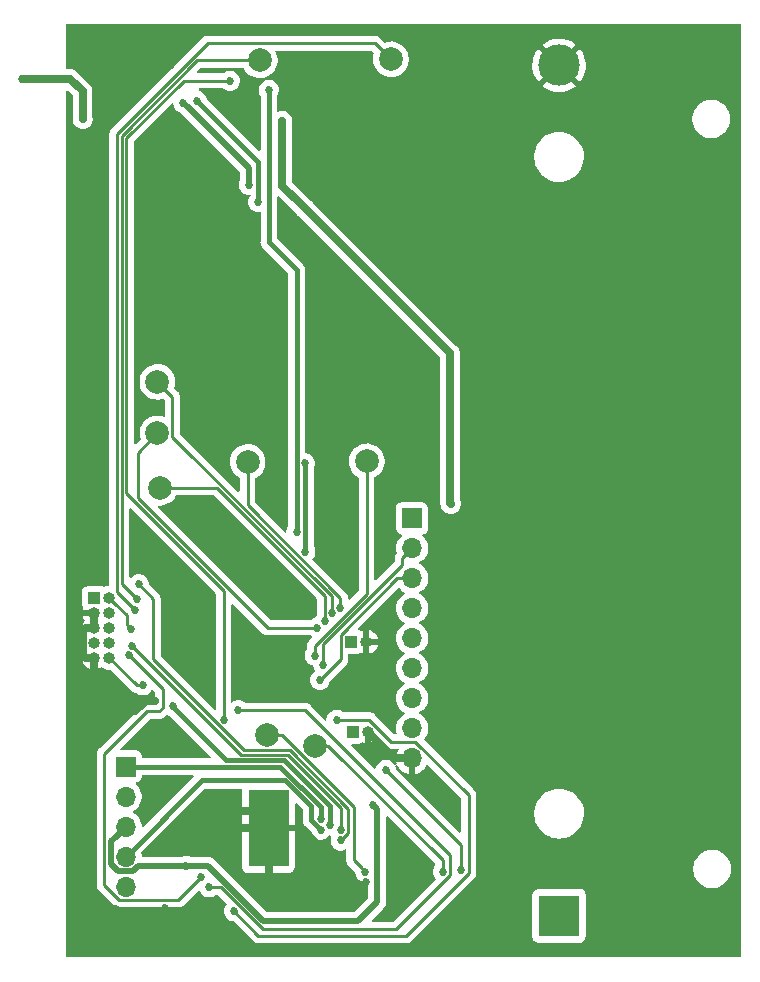
<source format=gbr>
G04 #@! TF.GenerationSoftware,KiCad,Pcbnew,(5.99.0-429-gffcf3b01f)*
G04 #@! TF.CreationDate,2019-12-13T14:25:27+01:00*
G04 #@! TF.ProjectId,smartlock,736d6172-746c-46f6-936b-2e6b69636164,rev?*
G04 #@! TF.SameCoordinates,Original*
G04 #@! TF.FileFunction,Copper,L2,Bot*
G04 #@! TF.FilePolarity,Positive*
%FSLAX46Y46*%
G04 Gerber Fmt 4.6, Leading zero omitted, Abs format (unit mm)*
G04 Created by KiCad (PCBNEW (5.99.0-429-gffcf3b01f)) date 2019-12-13 14:25:27*
%MOMM*%
%LPD*%
G04 APERTURE LIST*
%ADD10C,0.686000*%
%ADD11C,0.600000*%
%ADD12R,3.400000X6.500000*%
%ADD13O,1.700000X1.700000*%
%ADD14R,1.700000X1.700000*%
%ADD15C,2.000000*%
%ADD16O,1.000000X1.000000*%
%ADD17R,1.000000X1.000000*%
%ADD18R,3.500000X3.500000*%
%ADD19C,3.500000*%
%ADD20C,0.685800*%
%ADD21C,0.508000*%
%ADD22C,0.254000*%
%ADD23C,0.381000*%
%ADD24C,0.635000*%
G04 APERTURE END LIST*
D10*
X131655820Y-62113160D03*
D11*
X153815200Y-122653900D03*
X152515200Y-122653900D03*
X151215200Y-122653900D03*
X153815200Y-124128900D03*
X152515200Y-124128900D03*
X151215200Y-124128900D03*
X153815200Y-125603900D03*
X152515200Y-125603900D03*
X151215200Y-125603900D03*
X153815200Y-127078900D03*
X152515200Y-127078900D03*
X151215200Y-127078900D03*
X151215200Y-128553900D03*
X152515200Y-128553900D03*
X153815200Y-128553900D03*
D12*
X152515200Y-125603900D03*
D13*
X164668200Y-119659400D03*
X164668200Y-117119400D03*
X164668200Y-114579400D03*
X164668200Y-112039400D03*
X164668200Y-109499400D03*
X164668200Y-106959400D03*
X164668200Y-104419400D03*
X164668200Y-101879400D03*
D14*
X164668200Y-99339400D03*
D13*
X140411200Y-130517900D03*
X140411200Y-127977900D03*
X140411200Y-125437900D03*
X140411200Y-122897900D03*
D14*
X140411200Y-120357900D03*
D15*
X162890200Y-60477400D03*
X151777700Y-60540900D03*
X152412700Y-117690900D03*
X156476700Y-118579900D03*
X160832800Y-94513400D03*
X143103600Y-92151200D03*
X143306800Y-96748600D03*
X150749000Y-94564200D03*
X143103600Y-87782400D03*
D16*
X160807400Y-109804200D03*
D17*
X159537400Y-109804200D03*
D16*
X160896300Y-117398800D03*
D17*
X159626300Y-117398800D03*
D16*
X139014200Y-111150400D03*
X137744200Y-111150400D03*
X139014200Y-109880400D03*
X137744200Y-109880400D03*
X139014200Y-108610400D03*
X137744200Y-108610400D03*
X139014200Y-107340400D03*
X137744200Y-107340400D03*
X139014200Y-106070400D03*
D17*
X137744200Y-106070400D03*
D18*
X177114200Y-132994400D03*
D19*
X177114200Y-60994400D03*
D20*
X161391600Y-123583700D03*
X143776700Y-132346700D03*
X151638002Y-72529710D03*
X161871660Y-67693540D03*
X152537810Y-63057390D03*
X155676600Y-73190100D03*
X167932100Y-98107500D03*
X152387300Y-105714800D03*
X150380700Y-108508800D03*
X147167600Y-106654600D03*
X147167600Y-108546900D03*
X150698200Y-101485700D03*
X150685500Y-104216200D03*
X159413300Y-69708300D03*
X158313300Y-69708300D03*
X157213300Y-69708300D03*
X156113300Y-69708300D03*
X159413300Y-68608300D03*
X158313300Y-68608300D03*
X157213300Y-68608300D03*
X156113300Y-68608300D03*
X159413300Y-67508300D03*
X158313300Y-67508300D03*
X157213300Y-67508300D03*
X156113300Y-67508300D03*
X159413300Y-66408300D03*
X158313300Y-66408300D03*
X157213300Y-66408300D03*
X146456400Y-63982600D03*
X156963556Y-124798644D03*
X156919405Y-125724375D03*
X136779000Y-65532000D03*
X158623006Y-126619000D03*
X141524920Y-104940176D03*
X158623000Y-125730000D03*
X140680019Y-110927699D03*
X146812000Y-129717798D03*
X157708600Y-125323600D03*
X144449800Y-115265200D03*
X149961600Y-115595400D03*
X147497800Y-130581400D03*
X141352206Y-106152917D03*
X141198600Y-107086398D03*
X149237700Y-62293490D03*
X148742400Y-116382800D03*
X154889200Y-100525900D03*
X160682733Y-129247915D03*
X167279202Y-129255402D03*
X162433000Y-120624600D03*
X168833800Y-129082800D03*
X149595440Y-132607611D03*
X158292802Y-116382800D03*
X158591891Y-106895888D03*
X156425900Y-110959900D03*
X145315741Y-64162741D03*
X157141447Y-111719178D03*
X156870400Y-113030000D03*
X140847000Y-108733400D03*
X141884400Y-113487200D03*
X145561066Y-128758934D03*
X156641799Y-108611090D03*
X157266018Y-108023870D03*
X155625800Y-102184200D03*
X155600400Y-94691200D03*
X150825200Y-71081900D03*
X153670000Y-65684400D03*
X150698200Y-86385400D03*
X150698200Y-80010000D03*
X147726400Y-73533000D03*
X138607800Y-70307200D03*
X138480800Y-67716400D03*
X138887200Y-65049400D03*
X144272000Y-60985400D03*
X136728200Y-80111600D03*
X136677400Y-77317600D03*
X144780000Y-73761600D03*
X141744200Y-117691400D03*
X144526000Y-85344000D03*
X144526000Y-83566000D03*
X138531600Y-58775600D03*
X137160000Y-114935000D03*
X137160000Y-116840000D03*
X137160000Y-118745000D03*
X137160000Y-135890000D03*
X137160000Y-133985000D03*
X137160000Y-132080000D03*
X137160000Y-130175000D03*
X137160000Y-128270000D03*
X137160000Y-126365000D03*
X137160000Y-124460000D03*
X137160000Y-122555000D03*
X137160000Y-120650000D03*
X162382200Y-97663000D03*
X152984200Y-97282000D03*
X144221200Y-58724800D03*
X164922200Y-71602600D03*
X166928800Y-67132200D03*
X166954200Y-63296800D03*
X164642800Y-62230000D03*
X150393400Y-110363000D03*
X147142200Y-110337600D03*
X153390600Y-94513400D03*
X157073600Y-114731800D03*
X142138400Y-89814400D03*
X164363400Y-131089400D03*
X143637000Y-121539000D03*
X142646400Y-124206000D03*
X141833600Y-101142800D03*
X138633200Y-115697000D03*
X148437600Y-64363600D03*
X158013400Y-128193800D03*
X167386000Y-135280400D03*
X139598400Y-132410200D03*
X154787600Y-131597400D03*
X160756329Y-130168321D03*
X153974800Y-114503200D03*
X158508699Y-97878901D03*
X158165800Y-95123000D03*
X142875000Y-114808000D03*
X156113300Y-66408300D03*
X146138900Y-92240100D03*
X140913313Y-110111090D03*
X157888328Y-107355710D03*
D21*
X160096200Y-133426200D02*
X161734499Y-131787901D01*
X161734499Y-131787901D02*
X161734499Y-123926599D01*
X161734499Y-123926599D02*
X161391600Y-123583700D01*
X147381200Y-128758934D02*
X152048466Y-133426200D01*
X152048466Y-133426200D02*
X160096200Y-133426200D01*
X145561066Y-128758934D02*
X147381200Y-128758934D01*
D22*
X167901503Y-129554107D02*
X167901503Y-127873946D01*
X158777735Y-116382800D02*
X158292802Y-116382800D01*
X148449309Y-130581400D02*
X152005309Y-134137400D01*
X168833800Y-129082800D02*
X168833800Y-127025400D01*
X168833800Y-127025400D02*
X162433000Y-120624600D01*
X163318210Y-134137400D02*
X167901503Y-129554107D01*
X161033814Y-116382800D02*
X158777735Y-116382800D01*
X149595440Y-132607611D02*
X151656318Y-134668489D01*
X151656318Y-134668489D02*
X164169117Y-134668489D01*
X152005309Y-134137400D02*
X163318210Y-134137400D01*
X164929115Y-118248801D02*
X162899815Y-118248801D01*
X147497800Y-130581400D02*
X148449309Y-130581400D01*
X169456101Y-122775787D02*
X164929115Y-118248801D01*
X169456101Y-129381505D02*
X169456101Y-122775787D01*
X162899815Y-118248801D02*
X161033814Y-116382800D01*
X164169117Y-134668489D02*
X169456101Y-129381505D01*
X167901503Y-127873946D02*
X155622957Y-115595400D01*
X155622957Y-115595400D02*
X149961600Y-115595400D01*
X157583706Y-118579900D02*
X167279202Y-128275396D01*
X156476700Y-118579900D02*
X157583706Y-118579900D01*
X167279202Y-128275396D02*
X167279202Y-129255402D01*
X161518600Y-59105800D02*
X147360144Y-59105800D01*
X140855701Y-106743499D02*
X141198600Y-107086398D01*
X162890200Y-60477400D02*
X161518600Y-59105800D01*
X147360144Y-59105800D02*
X139674600Y-66791344D01*
X139674600Y-66791344D02*
X139674600Y-105562398D01*
X139674600Y-105562398D02*
X140855701Y-106743499D01*
D21*
X150825200Y-69672200D02*
X145658640Y-64505640D01*
X150825200Y-71081900D02*
X150825200Y-69672200D01*
X145658640Y-64505640D02*
X145315741Y-64162741D01*
D22*
X139281799Y-131060013D02*
X139281799Y-131038600D01*
X139281799Y-131038600D02*
X139260386Y-131038600D01*
X139869087Y-131647301D02*
X139281799Y-131060013D01*
X146812000Y-129717798D02*
X144882497Y-131647301D01*
X142227298Y-115684302D02*
X143249906Y-115684302D01*
X139260386Y-131038600D02*
X138621389Y-130399603D01*
X143249906Y-115684302D02*
X143573502Y-115360706D01*
X143573502Y-113821182D02*
X140680019Y-110927699D01*
X144882497Y-131647301D02*
X139869087Y-131647301D01*
X138621389Y-130399603D02*
X138621389Y-119290211D01*
X138621389Y-119290211D02*
X142227298Y-115684302D01*
X143573502Y-115360706D02*
X143573502Y-113821182D01*
D23*
X151638002Y-69164202D02*
X151638002Y-72529710D01*
X146456400Y-63982600D02*
X151638002Y-69164202D01*
X154889200Y-100525900D02*
X154889200Y-78308200D01*
X154889200Y-78308200D02*
X152537810Y-75956810D01*
X152537810Y-63542323D02*
X152537810Y-63057390D01*
X152537810Y-75956810D02*
X152537810Y-63542323D01*
D24*
X167894000Y-98069400D02*
X167894000Y-85369400D01*
X167932100Y-98107500D02*
X167894000Y-98069400D01*
X167894000Y-85369400D02*
X155714700Y-73190100D01*
X155714700Y-73190100D02*
X155676600Y-73190100D01*
X153670000Y-71183500D02*
X155333701Y-72847201D01*
X155333701Y-72847201D02*
X155676600Y-73190100D01*
X153670000Y-65684400D02*
X153670000Y-71183500D01*
D22*
X148742400Y-116382800D02*
X148742400Y-105476750D01*
X140487422Y-97221772D02*
X140487422Y-67128024D01*
X148742400Y-105476750D02*
X140487422Y-97221772D01*
X140487422Y-67128024D02*
X145321956Y-62293490D01*
X148752767Y-62293490D02*
X149237700Y-62293490D01*
X141478000Y-93776800D02*
X141478000Y-97637600D01*
X145321956Y-62293490D02*
X148752767Y-62293490D01*
X143103600Y-92151200D02*
X141478000Y-93776800D01*
X141478000Y-97637600D02*
X152451490Y-108611090D01*
X152451490Y-108611090D02*
X156641799Y-108611090D01*
X151777700Y-60540900D02*
X146499795Y-60540900D01*
X140081011Y-104881722D02*
X141009307Y-105810018D01*
X140081011Y-66959684D02*
X140081011Y-104881722D01*
X141009307Y-105810018D02*
X141352206Y-106152917D01*
X146499795Y-60540900D02*
X140081011Y-66959684D01*
D23*
X146405600Y-120370600D02*
X151205224Y-120370600D01*
X151205224Y-120370600D02*
X151214658Y-120380034D01*
X153527034Y-120380034D02*
X156963556Y-123816556D01*
X151214658Y-120380034D02*
X153527034Y-120380034D01*
X156963556Y-123816556D02*
X156963556Y-124798644D01*
X146392900Y-120357900D02*
X146405600Y-120370600D01*
X140411200Y-120357900D02*
X146392900Y-120357900D01*
X153931646Y-121539000D02*
X146850100Y-121539000D01*
X156919405Y-125724375D02*
X156108400Y-124913370D01*
X156108400Y-124913370D02*
X156108400Y-123715754D01*
X146850100Y-121539000D02*
X140411200Y-127977900D01*
X156108400Y-123715754D02*
X153931646Y-121539000D01*
D24*
X136779000Y-63195200D02*
X135712200Y-62128400D01*
X136779000Y-65532000D02*
X136779000Y-63195200D01*
X135712200Y-62128400D02*
X131724400Y-62128400D01*
D22*
X151798587Y-118970301D02*
X154327101Y-118970301D01*
X151789155Y-118960869D02*
X151798587Y-118970301D01*
X141524920Y-104940176D02*
X142748000Y-106163256D01*
X142748000Y-106163256D02*
X142748000Y-111277400D01*
X159270699Y-123913899D02*
X159270699Y-125971307D01*
X159270699Y-125971307D02*
X158623006Y-126619000D01*
X154327101Y-118970301D02*
X159270699Y-123913899D01*
X150431468Y-118960868D02*
X151789155Y-118960869D01*
X142748000Y-111277400D02*
X150431468Y-118960868D01*
D23*
X153831823Y-119846623D02*
X157708600Y-123723400D01*
X151435604Y-119846623D02*
X153831823Y-119846623D01*
X148920189Y-119837189D02*
X151426170Y-119837189D01*
X151426170Y-119837189D02*
X151435604Y-119846623D01*
X144475200Y-115392200D02*
X148920189Y-119837189D01*
X157708600Y-123723400D02*
X157708600Y-125323600D01*
D22*
X153622451Y-117690900D02*
X159740600Y-123809049D01*
X152412700Y-117690900D02*
X153622451Y-117690900D01*
X159740600Y-123809049D02*
X159740600Y-128305782D01*
X159740600Y-128305782D02*
X160339834Y-128905016D01*
X160339834Y-128905016D02*
X160682733Y-129247915D01*
X157266018Y-108023870D02*
X157266018Y-105881818D01*
X157266018Y-105881818D02*
X148132800Y-96748600D01*
X148132800Y-96748600D02*
X143306800Y-96748600D01*
X150749000Y-98215299D02*
X158591891Y-106058190D01*
X150749000Y-94564200D02*
X150749000Y-98215299D01*
X158591891Y-106058190D02*
X158591891Y-106895888D01*
X160832800Y-105714800D02*
X156425900Y-110121700D01*
X160832800Y-94513400D02*
X160832800Y-105714800D01*
X156425900Y-110121700D02*
X156425900Y-110959900D01*
X164668200Y-101879400D02*
X163818201Y-102729399D01*
X157141447Y-109980903D02*
X157141447Y-111719178D01*
X163818201Y-103304149D02*
X157141447Y-109980903D01*
X163818201Y-102729399D02*
X163818201Y-103304149D01*
X156870400Y-113030000D02*
X158648400Y-111252000D01*
X158648400Y-111252000D02*
X158648400Y-109190278D01*
X158648400Y-109190278D02*
X163419278Y-104419400D01*
X163419278Y-104419400D02*
X164668200Y-104419400D01*
X140847000Y-108733400D02*
X140504101Y-108390501D01*
X140504101Y-108390501D02*
X140504101Y-107560301D01*
X140504101Y-107560301D02*
X139514199Y-106570399D01*
X139514199Y-106570399D02*
X139014200Y-106070400D01*
X139014200Y-111150400D02*
X141351000Y-113487200D01*
X141351000Y-113487200D02*
X141884400Y-113487200D01*
D21*
X145561066Y-128758934D02*
X141489640Y-128758934D01*
D23*
X155625800Y-102184200D02*
X155625800Y-94716600D01*
X155625800Y-94716600D02*
X155600400Y-94691200D01*
D21*
X141489640Y-128758934D02*
X141014273Y-129234301D01*
X141014273Y-129234301D02*
X139808127Y-129234301D01*
X139808127Y-129234301D02*
X139154799Y-128580973D01*
X139154799Y-128580973D02*
X139154799Y-126694301D01*
X139154799Y-126694301D02*
X139561201Y-126287899D01*
X139561201Y-126287899D02*
X140411200Y-125437900D01*
D24*
X152515200Y-125603900D02*
X152515200Y-129401200D01*
X151215200Y-124128900D02*
X149937100Y-124128900D01*
X152515200Y-125603900D02*
X149987900Y-125603900D01*
D21*
X155423500Y-125603900D02*
X158013400Y-128193800D01*
X152515200Y-125603900D02*
X155423500Y-125603900D01*
D24*
X167386000Y-135280400D02*
X167371000Y-135265400D01*
X158165800Y-95123000D02*
X158508699Y-95465899D01*
X158508699Y-95465899D02*
X158508699Y-97878901D01*
X142113000Y-114808000D02*
X141224000Y-115697000D01*
X142875000Y-114808000D02*
X142113000Y-114808000D01*
X141224000Y-115697000D02*
X140309600Y-115697000D01*
X137744200Y-111150400D02*
X137744200Y-113131600D01*
X137744200Y-113131600D02*
X140309600Y-115697000D01*
X164668200Y-119659400D02*
X163156900Y-119659400D01*
X163156900Y-119659400D02*
X160896300Y-117398800D01*
X137744200Y-108610400D02*
X137037094Y-108610400D01*
X137037094Y-108610400D02*
X136774299Y-108873195D01*
X136774299Y-108873195D02*
X136774299Y-110887605D01*
X136774299Y-110887605D02*
X137037094Y-111150400D01*
X137037094Y-111150400D02*
X137744200Y-111150400D01*
X137744200Y-107340400D02*
X137744200Y-108610400D01*
X153667700Y-126756400D02*
X152515200Y-125603900D01*
D22*
X158623000Y-125730000D02*
X158623000Y-123850400D01*
X141256212Y-110453989D02*
X140913313Y-110111090D01*
X151620814Y-119367279D02*
X150169502Y-119367279D01*
X158623000Y-123850400D02*
X154149312Y-119376712D01*
X150169502Y-119367279D02*
X141256212Y-110453989D01*
X154149312Y-119376712D02*
X151630247Y-119376712D01*
X151630247Y-119376712D02*
X151620814Y-119367279D01*
X144383001Y-92424050D02*
X157888328Y-105929377D01*
X157888328Y-106870777D02*
X157888328Y-107355710D01*
X143103600Y-87782400D02*
X144383001Y-89061801D01*
X144383001Y-89061801D02*
X144383001Y-92424050D01*
X157888328Y-105929377D02*
X157888328Y-106870777D01*
G36*
X192492001Y-136492000D02*
G01*
X135382000Y-136492000D01*
X135382000Y-111404400D01*
X136765938Y-111404400D01*
X136770561Y-111429587D01*
X136843332Y-111613388D01*
X136950413Y-111779544D01*
X137087734Y-111921745D01*
X137250058Y-112034563D01*
X137431204Y-112113703D01*
X137490200Y-112126674D01*
X137490200Y-111404400D01*
X136765938Y-111404400D01*
X135382000Y-111404400D01*
X135382000Y-105570401D01*
X136728363Y-105570401D01*
X136728363Y-106570399D01*
X136797473Y-106828320D01*
X136843458Y-106883125D01*
X136778736Y-107034135D01*
X136767626Y-107086400D01*
X137998200Y-107086400D01*
X137998200Y-107594400D01*
X136765938Y-107594400D01*
X136770561Y-107619587D01*
X136843331Y-107803385D01*
X136955693Y-107977735D01*
X136856610Y-108122442D01*
X136778736Y-108304135D01*
X136767626Y-108356400D01*
X137998200Y-108356400D01*
X137998200Y-108864400D01*
X136765938Y-108864400D01*
X136770561Y-108889587D01*
X136843331Y-109073385D01*
X136955693Y-109247735D01*
X136856610Y-109392442D01*
X136778736Y-109574135D01*
X136737635Y-109767497D01*
X136734875Y-109965157D01*
X136770559Y-110159585D01*
X136843331Y-110343385D01*
X136955693Y-110517735D01*
X136856610Y-110662442D01*
X136778736Y-110844135D01*
X136767626Y-110896400D01*
X137998200Y-110896400D01*
X137998200Y-112129206D01*
X138016580Y-112125966D01*
X138200882Y-112054480D01*
X138382699Y-111939097D01*
X138520058Y-112034563D01*
X138701204Y-112113703D01*
X138894274Y-112156153D01*
X139126798Y-112161022D01*
X140940233Y-113974459D01*
X140940240Y-113974465D01*
X140973103Y-114007328D01*
X141018188Y-114030301D01*
X141059121Y-114060040D01*
X141107240Y-114075676D01*
X141152327Y-114098649D01*
X141202311Y-114106566D01*
X141250425Y-114122199D01*
X141316045Y-114122199D01*
X141361934Y-114168088D01*
X141555963Y-114280111D01*
X141772380Y-114338100D01*
X141996420Y-114338100D01*
X142212837Y-114280111D01*
X142406867Y-114168088D01*
X142565287Y-114009668D01*
X142674609Y-113820313D01*
X142938503Y-114084207D01*
X142938502Y-115049302D01*
X142177324Y-115049302D01*
X142177318Y-115049303D01*
X142126723Y-115049303D01*
X142078609Y-115064936D01*
X142028625Y-115072853D01*
X141983538Y-115095826D01*
X141935419Y-115111462D01*
X141894486Y-115141201D01*
X141849401Y-115164174D01*
X141816538Y-115197037D01*
X141816524Y-115197049D01*
X138243494Y-118770082D01*
X138101261Y-118912314D01*
X138078291Y-118957394D01*
X138048548Y-118998333D01*
X138032910Y-119046461D01*
X138009941Y-119091538D01*
X138002026Y-119141517D01*
X137986390Y-119189638D01*
X137986390Y-119240237D01*
X137986389Y-130449576D01*
X137986390Y-130449582D01*
X137986390Y-130500178D01*
X138002022Y-130548289D01*
X138009940Y-130598274D01*
X138032910Y-130643356D01*
X138048547Y-130691481D01*
X138078292Y-130732419D01*
X138101260Y-130777498D01*
X138243493Y-130919732D01*
X138243494Y-130919733D01*
X138846709Y-131522949D01*
X138846719Y-131522957D01*
X138903904Y-131580143D01*
X139458314Y-132134555D01*
X139458328Y-132134567D01*
X139491188Y-132167428D01*
X139536271Y-132190399D01*
X139577209Y-132220143D01*
X139625333Y-132235779D01*
X139670416Y-132258750D01*
X139720400Y-132266668D01*
X139768511Y-132282300D01*
X139819107Y-132282300D01*
X139819113Y-132282301D01*
X144932471Y-132282301D01*
X144932477Y-132282300D01*
X144983070Y-132282300D01*
X145031185Y-132266666D01*
X145081170Y-132258750D01*
X145126256Y-132235777D01*
X145174372Y-132220143D01*
X145215305Y-132190403D01*
X145260395Y-132167429D01*
X145402625Y-132025199D01*
X145402628Y-132025193D01*
X146636479Y-130791344D01*
X146816912Y-131103867D01*
X146975333Y-131262288D01*
X147169363Y-131374311D01*
X147385780Y-131432300D01*
X147609820Y-131432300D01*
X147826237Y-131374311D01*
X148020266Y-131262288D01*
X148066154Y-131216400D01*
X148186286Y-131216400D01*
X148965971Y-131996085D01*
X148802529Y-132279174D01*
X148744540Y-132495591D01*
X148744540Y-132719631D01*
X148802529Y-132936048D01*
X148914552Y-133130078D01*
X149072973Y-133288499D01*
X149267003Y-133400522D01*
X149483420Y-133458511D01*
X149548316Y-133458511D01*
X151245552Y-135155749D01*
X151245559Y-135155755D01*
X151278419Y-135188616D01*
X151323502Y-135211587D01*
X151364440Y-135241331D01*
X151412564Y-135256967D01*
X151457647Y-135279938D01*
X151507631Y-135287856D01*
X151555742Y-135303488D01*
X151606338Y-135303488D01*
X151606344Y-135303489D01*
X164219091Y-135303489D01*
X164219097Y-135303488D01*
X164269690Y-135303488D01*
X164317805Y-135287854D01*
X164367790Y-135279938D01*
X164412876Y-135256965D01*
X164460992Y-135241331D01*
X164501925Y-135211591D01*
X164547015Y-135188617D01*
X164689245Y-135046387D01*
X164689248Y-135046381D01*
X168491230Y-131244401D01*
X174848363Y-131244401D01*
X174848363Y-134744399D01*
X174917472Y-135002319D01*
X175032626Y-135139555D01*
X175187772Y-135229128D01*
X175364201Y-135260237D01*
X178864199Y-135260237D01*
X179122119Y-135191128D01*
X179259355Y-135075974D01*
X179348928Y-134920828D01*
X179380037Y-134744399D01*
X179380037Y-131244401D01*
X179310928Y-130986481D01*
X179195774Y-130849245D01*
X179040628Y-130759672D01*
X178864199Y-130728563D01*
X175364201Y-130728563D01*
X175106281Y-130797672D01*
X174969045Y-130912826D01*
X174879472Y-131067972D01*
X174848363Y-131244401D01*
X168491230Y-131244401D01*
X169945084Y-129790549D01*
X169945090Y-129790541D01*
X169976229Y-129759403D01*
X169999202Y-129714316D01*
X170028942Y-129673383D01*
X170044577Y-129625265D01*
X170067550Y-129580178D01*
X170075467Y-129530194D01*
X170091100Y-129482080D01*
X170091100Y-129431485D01*
X170091101Y-129431479D01*
X170091101Y-128905450D01*
X188460200Y-128905450D01*
X188460200Y-129158550D01*
X188499796Y-129408544D01*
X188578007Y-129649256D01*
X188692916Y-129874777D01*
X188841688Y-130079544D01*
X189020656Y-130258512D01*
X189225423Y-130407284D01*
X189450944Y-130522193D01*
X189691656Y-130600404D01*
X189941650Y-130640000D01*
X190194750Y-130640000D01*
X190444744Y-130600404D01*
X190685456Y-130522193D01*
X190910977Y-130407284D01*
X191115744Y-130258512D01*
X191294712Y-130079544D01*
X191443484Y-129874777D01*
X191558393Y-129649256D01*
X191636604Y-129408544D01*
X191676200Y-129158550D01*
X191676200Y-128905450D01*
X191636604Y-128655456D01*
X191558393Y-128414744D01*
X191443484Y-128189223D01*
X191294712Y-127984456D01*
X191115744Y-127805488D01*
X190910977Y-127656716D01*
X190685456Y-127541807D01*
X190444744Y-127463596D01*
X190194750Y-127424000D01*
X189941650Y-127424000D01*
X189691656Y-127463596D01*
X189450944Y-127541807D01*
X189225423Y-127656716D01*
X189020656Y-127805488D01*
X188841688Y-127984456D01*
X188692916Y-128189223D01*
X188578007Y-128414744D01*
X188499796Y-128655456D01*
X188460200Y-128905450D01*
X170091101Y-128905450D01*
X170091101Y-124471031D01*
X175004779Y-124471031D01*
X175040801Y-124756177D01*
X175115194Y-125033815D01*
X175226573Y-125298776D01*
X175372885Y-125546176D01*
X175551414Y-125771423D01*
X175758866Y-125970363D01*
X175991397Y-126139306D01*
X176244702Y-126275127D01*
X176514090Y-126375312D01*
X176794601Y-126438013D01*
X177081014Y-126462064D01*
X177368039Y-126447023D01*
X177650369Y-126393165D01*
X177922780Y-126301488D01*
X178180233Y-126173687D01*
X178417948Y-126012138D01*
X178631548Y-125819810D01*
X178817068Y-125600277D01*
X178971074Y-125357604D01*
X179090724Y-125096264D01*
X179173796Y-124821115D01*
X179218760Y-124537224D01*
X179222232Y-124205689D01*
X179183224Y-123920929D01*
X179105931Y-123644090D01*
X178991783Y-123380310D01*
X178842885Y-123134451D01*
X178662011Y-122911091D01*
X178452487Y-122714335D01*
X178218200Y-122547835D01*
X177963485Y-122414674D01*
X177693057Y-122317314D01*
X177411914Y-122257554D01*
X177125258Y-122236504D01*
X176838409Y-122254551D01*
X176556661Y-122311362D01*
X176285220Y-122405887D01*
X176029126Y-122536373D01*
X175793106Y-122700411D01*
X175581540Y-122894956D01*
X175398329Y-123116419D01*
X175246870Y-123360698D01*
X175129962Y-123623277D01*
X175049776Y-123899283D01*
X175007788Y-124183621D01*
X175004779Y-124471031D01*
X170091101Y-124471031D01*
X170091101Y-122725813D01*
X170091100Y-122725807D01*
X170091100Y-122675211D01*
X170075468Y-122627100D01*
X170067550Y-122577115D01*
X170044580Y-122532033D01*
X170028943Y-122483908D01*
X169999198Y-122442970D01*
X169976230Y-122397891D01*
X169833997Y-122255659D01*
X165645677Y-118067340D01*
X165783263Y-117903081D01*
X165899364Y-117703999D01*
X165980262Y-117488202D01*
X166023643Y-117261865D01*
X166026329Y-117005354D01*
X165987698Y-116778157D01*
X165911336Y-116560711D01*
X165799428Y-116359240D01*
X165655183Y-116179514D01*
X165482707Y-116026651D01*
X165193247Y-115846828D01*
X165459645Y-115688965D01*
X165635280Y-115539753D01*
X165783263Y-115363081D01*
X165899364Y-115163999D01*
X165980262Y-114948202D01*
X166023643Y-114721865D01*
X166026329Y-114465354D01*
X165987698Y-114238157D01*
X165911336Y-114020711D01*
X165799428Y-113819240D01*
X165655183Y-113639514D01*
X165482707Y-113486651D01*
X165193247Y-113306828D01*
X165459645Y-113148965D01*
X165635280Y-112999753D01*
X165783263Y-112823081D01*
X165899364Y-112623999D01*
X165980262Y-112408202D01*
X166023643Y-112181865D01*
X166026329Y-111925354D01*
X165987698Y-111698157D01*
X165911336Y-111480711D01*
X165799428Y-111279240D01*
X165655183Y-111099514D01*
X165482707Y-110946651D01*
X165193247Y-110766828D01*
X165459645Y-110608965D01*
X165635280Y-110459753D01*
X165783263Y-110283081D01*
X165899364Y-110083999D01*
X165980262Y-109868202D01*
X166023643Y-109641865D01*
X166026329Y-109385354D01*
X165987698Y-109158157D01*
X165911336Y-108940711D01*
X165799428Y-108739240D01*
X165655183Y-108559514D01*
X165482707Y-108406651D01*
X165193247Y-108226828D01*
X165459645Y-108068965D01*
X165635280Y-107919753D01*
X165783263Y-107743081D01*
X165899364Y-107543999D01*
X165980262Y-107328202D01*
X166023643Y-107101865D01*
X166026329Y-106845354D01*
X165987698Y-106618157D01*
X165911336Y-106400711D01*
X165799428Y-106199240D01*
X165655183Y-106019514D01*
X165482707Y-105866651D01*
X165193247Y-105686828D01*
X165459645Y-105528965D01*
X165635280Y-105379753D01*
X165783263Y-105203081D01*
X165899364Y-105003999D01*
X165980262Y-104788202D01*
X166023643Y-104561865D01*
X166026329Y-104305354D01*
X165987698Y-104078157D01*
X165911336Y-103860711D01*
X165799428Y-103659240D01*
X165655183Y-103479514D01*
X165482707Y-103326651D01*
X165193247Y-103146828D01*
X165459645Y-102988965D01*
X165635280Y-102839753D01*
X165783263Y-102663081D01*
X165899364Y-102463999D01*
X165980262Y-102248202D01*
X166023643Y-102021865D01*
X166026329Y-101765354D01*
X165987698Y-101538157D01*
X165911336Y-101320711D01*
X165799428Y-101119240D01*
X165655183Y-100939513D01*
X165539370Y-100836869D01*
X165573950Y-100690299D01*
X165776119Y-100636128D01*
X165913355Y-100520974D01*
X166002928Y-100365828D01*
X166034037Y-100189399D01*
X166034037Y-98489401D01*
X165964928Y-98231481D01*
X165849774Y-98094245D01*
X165694628Y-98004672D01*
X165518199Y-97973563D01*
X163818201Y-97973563D01*
X163560281Y-98042672D01*
X163423045Y-98157826D01*
X163333472Y-98312972D01*
X163302363Y-98489401D01*
X163302363Y-100189399D01*
X163371472Y-100447319D01*
X163486626Y-100584555D01*
X163641772Y-100674128D01*
X163741912Y-100691785D01*
X163788503Y-100836250D01*
X163615035Y-101014319D01*
X163484334Y-101204136D01*
X163387484Y-101413259D01*
X163327253Y-101635713D01*
X163305366Y-101865123D01*
X163322446Y-102094957D01*
X163368642Y-102280934D01*
X163298073Y-102351502D01*
X163275104Y-102396583D01*
X163245359Y-102437521D01*
X163229722Y-102485646D01*
X163206752Y-102530728D01*
X163198834Y-102580713D01*
X163183202Y-102628824D01*
X163183202Y-102679420D01*
X163183201Y-102679426D01*
X163183201Y-103041125D01*
X161623364Y-104600962D01*
X161467800Y-104536526D01*
X161467800Y-95881283D01*
X161566274Y-95836615D01*
X161768390Y-95702329D01*
X161946446Y-95537448D01*
X162095845Y-95346226D01*
X162212753Y-95133572D01*
X162294154Y-94904970D01*
X162337960Y-94666289D01*
X162340832Y-94392067D01*
X162302034Y-94152522D01*
X162225437Y-93922264D01*
X162113009Y-93707208D01*
X161967648Y-93512899D01*
X161793087Y-93344328D01*
X161593818Y-93205832D01*
X161374975Y-93100981D01*
X161142184Y-93032466D01*
X160901431Y-93002052D01*
X160658911Y-93010521D01*
X160420870Y-93057655D01*
X160193416Y-93142244D01*
X159982419Y-93262107D01*
X159793305Y-93414159D01*
X159630927Y-93594497D01*
X159499472Y-93798476D01*
X159402319Y-94020851D01*
X159341970Y-94255889D01*
X159319978Y-94497555D01*
X159336906Y-94739632D01*
X159392319Y-94975887D01*
X159484792Y-95200244D01*
X159611947Y-95406933D01*
X159770507Y-95590626D01*
X159956405Y-95746612D01*
X160197800Y-95890512D01*
X160197801Y-105451775D01*
X159382455Y-106267121D01*
X159226891Y-106202685D01*
X159226891Y-106008216D01*
X159226890Y-106008210D01*
X159226890Y-105957614D01*
X159211258Y-105909503D01*
X159203340Y-105859518D01*
X159180370Y-105814436D01*
X159164733Y-105766311D01*
X159134988Y-105725373D01*
X159112019Y-105680292D01*
X156222533Y-102790807D01*
X156306692Y-102706661D01*
X156418711Y-102512637D01*
X156476700Y-102296220D01*
X156476700Y-102072180D01*
X156418711Y-101855763D01*
X156324300Y-101692238D01*
X156324300Y-95139168D01*
X156393311Y-95019637D01*
X156451300Y-94803220D01*
X156451300Y-94579180D01*
X156393311Y-94362763D01*
X156281288Y-94168733D01*
X156122867Y-94010312D01*
X155928837Y-93898289D01*
X155712420Y-93840300D01*
X155587700Y-93840300D01*
X155587700Y-78349722D01*
X155595240Y-78286011D01*
X155578349Y-78193519D01*
X155564361Y-78100492D01*
X155559515Y-78090400D01*
X155557504Y-78079389D01*
X155543261Y-78056552D01*
X155473439Y-77911147D01*
X155409327Y-77841793D01*
X155407182Y-77838354D01*
X155393519Y-77824692D01*
X155330865Y-77756914D01*
X155318640Y-77749813D01*
X153236310Y-75667484D01*
X153236310Y-72137242D01*
X153391874Y-72072806D01*
X154724166Y-73405099D01*
X154946640Y-73627571D01*
X154995712Y-73712567D01*
X155154133Y-73870988D01*
X155329272Y-73972104D01*
X167068501Y-85711334D01*
X167068500Y-98050896D01*
X167064437Y-98147815D01*
X167081200Y-98219286D01*
X167081200Y-98219522D01*
X167081412Y-98220315D01*
X167091433Y-98293477D01*
X167107085Y-98329646D01*
X167116084Y-98368014D01*
X167124434Y-98380871D01*
X167139188Y-98435936D01*
X167251212Y-98629967D01*
X167409633Y-98788388D01*
X167603663Y-98900411D01*
X167820080Y-98958400D01*
X168044120Y-98958400D01*
X168260537Y-98900411D01*
X168454567Y-98788388D01*
X168612988Y-98629967D01*
X168725011Y-98435937D01*
X168783000Y-98219520D01*
X168783000Y-97995478D01*
X168719500Y-97758494D01*
X168719500Y-85387904D01*
X168723563Y-85290984D01*
X168706629Y-85218786D01*
X168696567Y-85145322D01*
X168680915Y-85109153D01*
X168671915Y-85070784D01*
X168649124Y-85035689D01*
X168606742Y-84937749D01*
X168464404Y-84761977D01*
X168428481Y-84736448D01*
X156311526Y-72619494D01*
X156245841Y-72548061D01*
X156224979Y-72535126D01*
X156199064Y-72509210D01*
X156132429Y-72470739D01*
X156123747Y-72464149D01*
X156114365Y-72460433D01*
X154495500Y-70841568D01*
X154495500Y-68861031D01*
X175004779Y-68861031D01*
X175040801Y-69146177D01*
X175115194Y-69423815D01*
X175226573Y-69688776D01*
X175372885Y-69936176D01*
X175551414Y-70161423D01*
X175758866Y-70360363D01*
X175991397Y-70529306D01*
X176244702Y-70665127D01*
X176514090Y-70765312D01*
X176794601Y-70828013D01*
X177081014Y-70852064D01*
X177368039Y-70837023D01*
X177650369Y-70783165D01*
X177922780Y-70691488D01*
X178180233Y-70563687D01*
X178417948Y-70402138D01*
X178631548Y-70209810D01*
X178817068Y-69990277D01*
X178971074Y-69747604D01*
X179090724Y-69486264D01*
X179173796Y-69211115D01*
X179218760Y-68927224D01*
X179222232Y-68595689D01*
X179183224Y-68310929D01*
X179105931Y-68034090D01*
X178991783Y-67770310D01*
X178842885Y-67524451D01*
X178662011Y-67301091D01*
X178452487Y-67104335D01*
X178218200Y-66937835D01*
X177963485Y-66804674D01*
X177693057Y-66707314D01*
X177411914Y-66647554D01*
X177125258Y-66626504D01*
X176838409Y-66644551D01*
X176556661Y-66701362D01*
X176285220Y-66795887D01*
X176029126Y-66926373D01*
X175793106Y-67090411D01*
X175581540Y-67284956D01*
X175398329Y-67506419D01*
X175246870Y-67750698D01*
X175129962Y-68013277D01*
X175049776Y-68289283D01*
X175007788Y-68573621D01*
X175004779Y-68861031D01*
X154495500Y-68861031D01*
X154495500Y-65891218D01*
X154520900Y-65796422D01*
X154520900Y-65572380D01*
X154476172Y-65405450D01*
X188384000Y-65405450D01*
X188384000Y-65658550D01*
X188423596Y-65908544D01*
X188501807Y-66149256D01*
X188616716Y-66374777D01*
X188765488Y-66579544D01*
X188944456Y-66758512D01*
X189149223Y-66907284D01*
X189374744Y-67022193D01*
X189615456Y-67100404D01*
X189865450Y-67140000D01*
X190118550Y-67140000D01*
X190368544Y-67100404D01*
X190609256Y-67022193D01*
X190834777Y-66907284D01*
X191039544Y-66758512D01*
X191218512Y-66579544D01*
X191367284Y-66374777D01*
X191482193Y-66149256D01*
X191560404Y-65908544D01*
X191600000Y-65658550D01*
X191600000Y-65405450D01*
X191560404Y-65155456D01*
X191482193Y-64914744D01*
X191367284Y-64689223D01*
X191218512Y-64484456D01*
X191039544Y-64305488D01*
X190834777Y-64156716D01*
X190609256Y-64041807D01*
X190368544Y-63963596D01*
X190118550Y-63924000D01*
X189865450Y-63924000D01*
X189615456Y-63963596D01*
X189374744Y-64041807D01*
X189149223Y-64156716D01*
X188944456Y-64305488D01*
X188765488Y-64484456D01*
X188616716Y-64689223D01*
X188501807Y-64914744D01*
X188423596Y-65155456D01*
X188384000Y-65405450D01*
X154476172Y-65405450D01*
X154462911Y-65355963D01*
X154350888Y-65161933D01*
X154192467Y-65003512D01*
X153998437Y-64891489D01*
X153782020Y-64833500D01*
X153557976Y-64833500D01*
X153236310Y-64919692D01*
X153236310Y-63549352D01*
X153330721Y-63385827D01*
X153388710Y-63169410D01*
X153388710Y-62945370D01*
X153339975Y-62763487D01*
X175704325Y-62763487D01*
X175714710Y-62772838D01*
X175962212Y-62942305D01*
X176229955Y-63077551D01*
X176513227Y-63176198D01*
X176807073Y-63236515D01*
X177106302Y-63257439D01*
X177405672Y-63238604D01*
X177699918Y-63180342D01*
X177983880Y-63083675D01*
X178252562Y-62950299D01*
X178501241Y-62782563D01*
X178523443Y-62762853D01*
X177114201Y-61353610D01*
X175704325Y-62763487D01*
X153339975Y-62763487D01*
X153330721Y-62728953D01*
X153218698Y-62534923D01*
X153060277Y-62376502D01*
X152866247Y-62264479D01*
X152649830Y-62206490D01*
X152425790Y-62206490D01*
X152209373Y-62264479D01*
X152015343Y-62376502D01*
X151856922Y-62534923D01*
X151744899Y-62728953D01*
X151686910Y-62945370D01*
X151686910Y-63169410D01*
X151744899Y-63385827D01*
X151839310Y-63549352D01*
X151839310Y-63594796D01*
X151839311Y-63594803D01*
X151839311Y-68157684D01*
X151683747Y-68222120D01*
X147298185Y-63836559D01*
X147249311Y-63654163D01*
X147137288Y-63460133D01*
X146978867Y-63301712D01*
X146784836Y-63189689D01*
X146627750Y-63147597D01*
X146656596Y-62928490D01*
X148669346Y-62928490D01*
X148715234Y-62974378D01*
X148909263Y-63086401D01*
X149125680Y-63144390D01*
X149349720Y-63144390D01*
X149566137Y-63086401D01*
X149760167Y-62974378D01*
X149918588Y-62815957D01*
X150030611Y-62621927D01*
X150088600Y-62405510D01*
X150088600Y-62181470D01*
X150030611Y-61965053D01*
X149918588Y-61771023D01*
X149760167Y-61612602D01*
X149566137Y-61500579D01*
X149349720Y-61442590D01*
X149125680Y-61442590D01*
X148909263Y-61500579D01*
X148715234Y-61612602D01*
X148669346Y-61658490D01*
X146500230Y-61658490D01*
X146435794Y-61502926D01*
X146762820Y-61175900D01*
X150397798Y-61175900D01*
X150556848Y-61434433D01*
X150715407Y-61618126D01*
X150901302Y-61774110D01*
X151109744Y-61898367D01*
X151335368Y-61987698D01*
X151572375Y-62039807D01*
X151814665Y-62053352D01*
X152056003Y-62027988D01*
X152290179Y-61964363D01*
X152511171Y-61864117D01*
X152713290Y-61729829D01*
X152891346Y-61564948D01*
X153040745Y-61373726D01*
X153157653Y-61161072D01*
X153239054Y-60932470D01*
X153282860Y-60693789D01*
X153285732Y-60419567D01*
X153246934Y-60180022D01*
X153170337Y-59949764D01*
X153061093Y-59740800D01*
X161255576Y-59740800D01*
X161467872Y-59953097D01*
X161399370Y-60219889D01*
X161377378Y-60461555D01*
X161394306Y-60703632D01*
X161449719Y-60939887D01*
X161542192Y-61164244D01*
X161669347Y-61370933D01*
X161827907Y-61554626D01*
X162013802Y-61710610D01*
X162222244Y-61834867D01*
X162447868Y-61924198D01*
X162684875Y-61976307D01*
X162927165Y-61989852D01*
X163168503Y-61964488D01*
X163402679Y-61900863D01*
X163623671Y-61800617D01*
X163825790Y-61666329D01*
X164003846Y-61501448D01*
X164153245Y-61310226D01*
X164270153Y-61097572D01*
X164326578Y-60939110D01*
X174851822Y-60939110D01*
X174864383Y-61238804D01*
X174916472Y-61534216D01*
X175007171Y-61820137D01*
X175134887Y-62091548D01*
X175297382Y-62343688D01*
X175347185Y-62402206D01*
X176754991Y-60994400D01*
X177473409Y-60994400D01*
X178881616Y-62402606D01*
X178921557Y-62356335D01*
X179085802Y-62105344D01*
X179215414Y-61834822D01*
X179308106Y-61549545D01*
X179362255Y-61254507D01*
X179372279Y-60844421D01*
X179332606Y-60547091D01*
X179253960Y-60257624D01*
X179137718Y-59981096D01*
X178985928Y-59722378D01*
X178880445Y-59587365D01*
X177473409Y-60994400D01*
X176754991Y-60994400D01*
X175345895Y-59585305D01*
X175190844Y-59801878D01*
X175050024Y-60066722D01*
X174945466Y-60347867D01*
X174879008Y-60640385D01*
X174851822Y-60939110D01*
X164326578Y-60939110D01*
X164351554Y-60868970D01*
X164395360Y-60630289D01*
X164398232Y-60356067D01*
X164359434Y-60116522D01*
X164282837Y-59886264D01*
X164170409Y-59671208D01*
X164025048Y-59476899D01*
X163850487Y-59308328D01*
X163735085Y-59228121D01*
X175707131Y-59228121D01*
X177114200Y-60635191D01*
X178521909Y-59227482D01*
X178346746Y-59096443D01*
X178084907Y-58950106D01*
X177806001Y-58839679D01*
X177514956Y-58767114D01*
X177216854Y-58733676D01*
X176916966Y-58739959D01*
X176620531Y-58785849D01*
X176332769Y-58870542D01*
X176058742Y-58992546D01*
X175803259Y-59149722D01*
X175707131Y-59228121D01*
X163735085Y-59228121D01*
X163651218Y-59169832D01*
X163432375Y-59064981D01*
X163199584Y-58996466D01*
X162958831Y-58966052D01*
X162716311Y-58974521D01*
X162478267Y-59021656D01*
X162372000Y-59061177D01*
X162038731Y-58727908D01*
X162038728Y-58727902D01*
X161896498Y-58585672D01*
X161851408Y-58562698D01*
X161810475Y-58532958D01*
X161762359Y-58517324D01*
X161717273Y-58494351D01*
X161667288Y-58486435D01*
X161619173Y-58470801D01*
X161568580Y-58470801D01*
X161568574Y-58470800D01*
X147310170Y-58470800D01*
X147310164Y-58470801D01*
X147259568Y-58470801D01*
X147211457Y-58486433D01*
X147161473Y-58494351D01*
X147116390Y-58517322D01*
X147068266Y-58532958D01*
X147027328Y-58562702D01*
X146982245Y-58585673D01*
X146949385Y-58618534D01*
X146949371Y-58618546D01*
X139296708Y-66271213D01*
X139296704Y-66271215D01*
X139154471Y-66413449D01*
X139131503Y-66458528D01*
X139101758Y-66499466D01*
X139086121Y-66547591D01*
X139063151Y-66592673D01*
X139055233Y-66642658D01*
X139039601Y-66690769D01*
X139039601Y-66741365D01*
X139039600Y-66741371D01*
X139039601Y-105062526D01*
X138922390Y-105061694D01*
X138728224Y-105098733D01*
X138560571Y-105166470D01*
X138420626Y-105085672D01*
X138244199Y-105054563D01*
X137244201Y-105054563D01*
X136986281Y-105123672D01*
X136849045Y-105238826D01*
X136759472Y-105393972D01*
X136728363Y-105570401D01*
X135382000Y-105570401D01*
X135382000Y-63185633D01*
X135537564Y-63121197D01*
X135953501Y-63537135D01*
X135953500Y-65325182D01*
X135928100Y-65419978D01*
X135928100Y-65644020D01*
X135986089Y-65860437D01*
X136098112Y-66054467D01*
X136256533Y-66212888D01*
X136450563Y-66324911D01*
X136666980Y-66382900D01*
X136891020Y-66382900D01*
X137107437Y-66324911D01*
X137301467Y-66212888D01*
X137459888Y-66054467D01*
X137571911Y-65860437D01*
X137629900Y-65644020D01*
X137629900Y-65419978D01*
X137604500Y-65325182D01*
X137604500Y-63213704D01*
X137608563Y-63116784D01*
X137591629Y-63044586D01*
X137581567Y-62971122D01*
X137565915Y-62934953D01*
X137556915Y-62896584D01*
X137534124Y-62861489D01*
X137491742Y-62763549D01*
X137349404Y-62587777D01*
X137313481Y-62562248D01*
X136309026Y-61557794D01*
X136243341Y-61486361D01*
X136180313Y-61447282D01*
X136121250Y-61402451D01*
X136084614Y-61387946D01*
X136051119Y-61367178D01*
X136010182Y-61358477D01*
X135910960Y-61319192D01*
X135686027Y-61295551D01*
X135642574Y-61302900D01*
X135382000Y-61302900D01*
X135382000Y-57508000D01*
X192492000Y-57508000D01*
X192492001Y-136492000D01*
G37*
G36*
X166644202Y-128538420D02*
G01*
X166644202Y-128687048D01*
X166598314Y-128732936D01*
X166486291Y-128926965D01*
X166428302Y-129143382D01*
X166428302Y-129367422D01*
X166486291Y-129583839D01*
X166598312Y-129777865D01*
X166689020Y-129868567D01*
X163055187Y-133502400D01*
X161317629Y-133502400D01*
X161253193Y-133346836D01*
X162212923Y-132387107D01*
X162233443Y-132374160D01*
X162290696Y-132309334D01*
X162311998Y-132288033D01*
X162325953Y-132269412D01*
X162377933Y-132210558D01*
X162391131Y-132182448D01*
X162409756Y-132157595D01*
X162437318Y-132084073D01*
X162470696Y-132012981D01*
X162475154Y-131983142D01*
X162486375Y-131953209D01*
X162493048Y-131863420D01*
X162496499Y-131840328D01*
X162496499Y-131816977D01*
X162502550Y-131735541D01*
X162496499Y-131707193D01*
X162496499Y-124610717D01*
X162652063Y-124546281D01*
X166644202Y-128538420D01*
G37*
G36*
X150299363Y-125349900D02*
G01*
X154731037Y-125349900D01*
X154731037Y-123546218D01*
X154886601Y-123481782D01*
X155409901Y-124005082D01*
X155409900Y-124871847D01*
X155402360Y-124935558D01*
X155419251Y-125028050D01*
X155433239Y-125121079D01*
X155438084Y-125131170D01*
X155440095Y-125142179D01*
X155454341Y-125165023D01*
X155524159Y-125310419D01*
X155588274Y-125379779D01*
X155590418Y-125383217D01*
X155604074Y-125396871D01*
X155666733Y-125464655D01*
X155678960Y-125471757D01*
X156077620Y-125870417D01*
X156126493Y-126052809D01*
X156238517Y-126246842D01*
X156396938Y-126405263D01*
X156590968Y-126517286D01*
X156807385Y-126575275D01*
X157031425Y-126575275D01*
X157247842Y-126517286D01*
X157441872Y-126405263D01*
X157666068Y-126181066D01*
X157833528Y-126277750D01*
X157772106Y-126506979D01*
X157772106Y-126731020D01*
X157830095Y-126947437D01*
X157942118Y-127141467D01*
X158100539Y-127299888D01*
X158294569Y-127411911D01*
X158510986Y-127469900D01*
X158735027Y-127469900D01*
X159105601Y-127370604D01*
X159105601Y-128406355D01*
X159121237Y-128454476D01*
X159129152Y-128504455D01*
X159152121Y-128549532D01*
X159167759Y-128597660D01*
X159197502Y-128638599D01*
X159220471Y-128683677D01*
X159256251Y-128719456D01*
X159831833Y-129295039D01*
X159831833Y-129359935D01*
X159889822Y-129576352D01*
X160001845Y-129770382D01*
X160160266Y-129928803D01*
X160354296Y-130040826D01*
X160570713Y-130098815D01*
X160794756Y-130098815D01*
X160972499Y-130051186D01*
X160972499Y-131472271D01*
X159780571Y-132664200D01*
X152364096Y-132664200D01*
X147980409Y-128280514D01*
X147967459Y-128259989D01*
X147902621Y-128202726D01*
X147881327Y-128181431D01*
X147862723Y-128167488D01*
X147803856Y-128115499D01*
X147775738Y-128102298D01*
X147750892Y-128083676D01*
X147677367Y-128056113D01*
X147606279Y-128022738D01*
X147576438Y-128018277D01*
X147546508Y-128007058D01*
X147456719Y-128000385D01*
X147433627Y-127996934D01*
X147410275Y-127996934D01*
X147328840Y-127990883D01*
X147300493Y-127996934D01*
X145943041Y-127996934D01*
X145889503Y-127966023D01*
X145673086Y-127908034D01*
X145449046Y-127908034D01*
X145232629Y-127966023D01*
X145179091Y-127996934D01*
X141767932Y-127996934D01*
X141769328Y-127863853D01*
X141732089Y-127644838D01*
X143519027Y-125857900D01*
X150299363Y-125857900D01*
X150299363Y-128853899D01*
X150368472Y-129111819D01*
X150483626Y-129249055D01*
X150638772Y-129338628D01*
X150815201Y-129369737D01*
X152261200Y-129369737D01*
X152261200Y-125857900D01*
X152769200Y-125857900D01*
X152769200Y-129369737D01*
X154215199Y-129369737D01*
X154473119Y-129300628D01*
X154610355Y-129185474D01*
X154699928Y-129030328D01*
X154731037Y-128853899D01*
X154731037Y-125857900D01*
X152769200Y-125857900D01*
X152261200Y-125857900D01*
X150299363Y-125857900D01*
X143519027Y-125857900D01*
X147139428Y-122237500D01*
X150299363Y-122237500D01*
X150299363Y-125349900D01*
G37*
G36*
X161150300Y-117397309D02*
G01*
X161150300Y-118377606D01*
X161168680Y-118374366D01*
X161352986Y-118302878D01*
X161519887Y-118196960D01*
X161740174Y-117987184D01*
X162521919Y-118768930D01*
X162566998Y-118791898D01*
X162607936Y-118821643D01*
X162656061Y-118837280D01*
X162701143Y-118860250D01*
X162751128Y-118868168D01*
X162799239Y-118883800D01*
X162849835Y-118883800D01*
X162849841Y-118883801D01*
X163530802Y-118883801D01*
X163387484Y-119193259D01*
X163330045Y-119405400D01*
X164922200Y-119405400D01*
X164922200Y-120993511D01*
X165046151Y-120968855D01*
X165261385Y-120886451D01*
X165459645Y-120768965D01*
X165635280Y-120619753D01*
X165783263Y-120443081D01*
X165946119Y-120163828D01*
X168821102Y-123038812D01*
X168821101Y-125894678D01*
X168665537Y-125959114D01*
X163283900Y-120577477D01*
X163283900Y-120512576D01*
X163238244Y-120342194D01*
X163433990Y-120254323D01*
X163597147Y-120502232D01*
X163754472Y-120670648D01*
X163937915Y-120810142D01*
X164142247Y-120916736D01*
X164361612Y-120987379D01*
X164414200Y-120994910D01*
X164414200Y-119913400D01*
X163331995Y-119913400D01*
X163389921Y-120146598D01*
X163186866Y-120228534D01*
X163113888Y-120102133D01*
X162955467Y-119943712D01*
X162761437Y-119831689D01*
X162545020Y-119773700D01*
X162320980Y-119773700D01*
X162104563Y-119831689D01*
X161910533Y-119943712D01*
X161752112Y-120102133D01*
X161640087Y-120296166D01*
X161551680Y-120626099D01*
X159495782Y-118570201D01*
X159560218Y-118414637D01*
X160126299Y-118414637D01*
X160384220Y-118345527D01*
X160439396Y-118299231D01*
X160583305Y-118362103D01*
X160642300Y-118375074D01*
X160642300Y-117144800D01*
X160897791Y-117144800D01*
X161150300Y-117397309D01*
G37*
G36*
X146189309Y-121211964D02*
G01*
X141924519Y-125476755D01*
X141768413Y-125411132D01*
X141769328Y-125323853D01*
X141730698Y-125096657D01*
X141654336Y-124879211D01*
X141542428Y-124677740D01*
X141398183Y-124498014D01*
X141225707Y-124345151D01*
X140936247Y-124165328D01*
X141202645Y-124007465D01*
X141378280Y-123858253D01*
X141526263Y-123681581D01*
X141642364Y-123482499D01*
X141723262Y-123266702D01*
X141766643Y-123040365D01*
X141769329Y-122783854D01*
X141730698Y-122556657D01*
X141654336Y-122339211D01*
X141542428Y-122137740D01*
X141398183Y-121958013D01*
X141282370Y-121855369D01*
X141316950Y-121708799D01*
X141519119Y-121654628D01*
X141656355Y-121539474D01*
X141745928Y-121384328D01*
X141777037Y-121207899D01*
X141777037Y-121056400D01*
X146124873Y-121056400D01*
X146189309Y-121211964D01*
G37*
G36*
X144121366Y-116058112D02*
G01*
X144164969Y-116069796D01*
X147611709Y-119516536D01*
X147547273Y-119672100D01*
X146548265Y-119672100D01*
X146525265Y-119664023D01*
X146430880Y-119660315D01*
X146426934Y-119659400D01*
X146407603Y-119659400D01*
X146315387Y-119655777D01*
X146301723Y-119659400D01*
X141777037Y-119659400D01*
X141777037Y-119507901D01*
X141707928Y-119249981D01*
X141592774Y-119112745D01*
X141437628Y-119023172D01*
X141261199Y-118992063D01*
X140037560Y-118992063D01*
X139973124Y-118836499D01*
X142490323Y-116319302D01*
X143299880Y-116319302D01*
X143299886Y-116319301D01*
X143350479Y-116319301D01*
X143398594Y-116303667D01*
X143448579Y-116295751D01*
X143493665Y-116272778D01*
X143541781Y-116257144D01*
X143582714Y-116227404D01*
X143627804Y-116204430D01*
X143770034Y-116062200D01*
X143770037Y-116062194D01*
X143901220Y-115931011D01*
X144121366Y-116058112D01*
G37*
G36*
X163754469Y-105430645D02*
G01*
X163937918Y-105570144D01*
X164130887Y-105670816D01*
X163775850Y-105929239D01*
X163615035Y-106094319D01*
X163484334Y-106284136D01*
X163387484Y-106493259D01*
X163327253Y-106715713D01*
X163305366Y-106945123D01*
X163322446Y-107174957D01*
X163378004Y-107398619D01*
X163470452Y-107609725D01*
X163597147Y-107802232D01*
X163754472Y-107970648D01*
X163937918Y-108110144D01*
X164130887Y-108210816D01*
X163775850Y-108469239D01*
X163615035Y-108634319D01*
X163484334Y-108824136D01*
X163387484Y-109033259D01*
X163327253Y-109255713D01*
X163305366Y-109485123D01*
X163322446Y-109714957D01*
X163378004Y-109938619D01*
X163470452Y-110149725D01*
X163597147Y-110342232D01*
X163754472Y-110510648D01*
X163937918Y-110650144D01*
X164130887Y-110750816D01*
X163775850Y-111009239D01*
X163615035Y-111174319D01*
X163484334Y-111364136D01*
X163387484Y-111573259D01*
X163327253Y-111795713D01*
X163305366Y-112025123D01*
X163322446Y-112254957D01*
X163378004Y-112478619D01*
X163470452Y-112689725D01*
X163597147Y-112882232D01*
X163754472Y-113050648D01*
X163937918Y-113190144D01*
X164130887Y-113290816D01*
X163775850Y-113549239D01*
X163615035Y-113714319D01*
X163484334Y-113904136D01*
X163387484Y-114113259D01*
X163327253Y-114335713D01*
X163305366Y-114565123D01*
X163322446Y-114794957D01*
X163378004Y-115018619D01*
X163470452Y-115229725D01*
X163597147Y-115422232D01*
X163754472Y-115590648D01*
X163937918Y-115730144D01*
X164130887Y-115830816D01*
X163775850Y-116089239D01*
X163615035Y-116254319D01*
X163484334Y-116444136D01*
X163387484Y-116653259D01*
X163327253Y-116875713D01*
X163305366Y-117105123D01*
X163322446Y-117334957D01*
X163391710Y-117613801D01*
X163162839Y-117613801D01*
X161553945Y-116004908D01*
X161553942Y-116004902D01*
X161411712Y-115862672D01*
X161366622Y-115839698D01*
X161325689Y-115809958D01*
X161277573Y-115794324D01*
X161232487Y-115771351D01*
X161182502Y-115763435D01*
X161134387Y-115747801D01*
X161083794Y-115747801D01*
X161083788Y-115747800D01*
X158861156Y-115747800D01*
X158815268Y-115701912D01*
X158621239Y-115589889D01*
X158404822Y-115531900D01*
X158180782Y-115531900D01*
X157964365Y-115589889D01*
X157770335Y-115701912D01*
X157611914Y-115860333D01*
X157499891Y-116054363D01*
X157390012Y-116464432D01*
X156143088Y-115217508D01*
X156143085Y-115217502D01*
X156000855Y-115075272D01*
X155955765Y-115052298D01*
X155914832Y-115022558D01*
X155866716Y-115006924D01*
X155821630Y-114983951D01*
X155771645Y-114976035D01*
X155723530Y-114960401D01*
X155672937Y-114960401D01*
X155672931Y-114960400D01*
X150529954Y-114960400D01*
X150484066Y-114914512D01*
X150290037Y-114802489D01*
X150073620Y-114744500D01*
X149849580Y-114744500D01*
X149633163Y-114802489D01*
X149377400Y-114950154D01*
X149377400Y-106655025D01*
X149532964Y-106590589D01*
X152040716Y-109098343D01*
X152040730Y-109098355D01*
X152073593Y-109131218D01*
X152118678Y-109154191D01*
X152159611Y-109183930D01*
X152207730Y-109199566D01*
X152252817Y-109222539D01*
X152302801Y-109230456D01*
X152350915Y-109246089D01*
X152401510Y-109246089D01*
X152401516Y-109246090D01*
X156073445Y-109246090D01*
X156119333Y-109291979D01*
X156270385Y-109379192D01*
X156048008Y-109601569D01*
X156048004Y-109601571D01*
X155905771Y-109743805D01*
X155882803Y-109788884D01*
X155853058Y-109829822D01*
X155837421Y-109877947D01*
X155814451Y-109923029D01*
X155806533Y-109973014D01*
X155790901Y-110021125D01*
X155790901Y-110071721D01*
X155790900Y-110071727D01*
X155790900Y-110391546D01*
X155745012Y-110437434D01*
X155632989Y-110631463D01*
X155575000Y-110847880D01*
X155575000Y-111071920D01*
X155632989Y-111288337D01*
X155745012Y-111482367D01*
X155903433Y-111640788D01*
X156097466Y-111752812D01*
X156282854Y-111802488D01*
X156348536Y-112047615D01*
X156478936Y-112273475D01*
X156347935Y-112349110D01*
X156189512Y-112507533D01*
X156077489Y-112701563D01*
X156019500Y-112917980D01*
X156019500Y-113142020D01*
X156077489Y-113358437D01*
X156189512Y-113552467D01*
X156347933Y-113710888D01*
X156541963Y-113822911D01*
X156758380Y-113880900D01*
X156982420Y-113880900D01*
X157198837Y-113822911D01*
X157392867Y-113710888D01*
X157551288Y-113552467D01*
X157663311Y-113358437D01*
X157721300Y-113142020D01*
X157721300Y-113077123D01*
X159132749Y-111665675D01*
X159168529Y-111629895D01*
X159191497Y-111584817D01*
X159221242Y-111543879D01*
X159236879Y-111495754D01*
X159259849Y-111450672D01*
X159267767Y-111400687D01*
X159283399Y-111352576D01*
X159283399Y-111301980D01*
X159283400Y-111301974D01*
X159283400Y-110820037D01*
X160037399Y-110820037D01*
X160295320Y-110750927D01*
X160350496Y-110704631D01*
X160494405Y-110767503D01*
X160553400Y-110780474D01*
X160553400Y-110058200D01*
X161061400Y-110058200D01*
X161061400Y-110783006D01*
X161079780Y-110779766D01*
X161264086Y-110708278D01*
X161430987Y-110602360D01*
X161574143Y-110466036D01*
X161688094Y-110304498D01*
X161768494Y-110123918D01*
X161783425Y-110058200D01*
X161061400Y-110058200D01*
X160553400Y-110058200D01*
X160553400Y-109550200D01*
X161061400Y-109550200D01*
X161784720Y-109550200D01*
X161777047Y-109511446D01*
X161701716Y-109328681D01*
X161592324Y-109164033D01*
X161453032Y-109023765D01*
X161289150Y-108913225D01*
X161106913Y-108836620D01*
X161061400Y-108827278D01*
X161061400Y-109550200D01*
X160553400Y-109550200D01*
X160553400Y-108826433D01*
X160521424Y-108832533D01*
X160353771Y-108900270D01*
X160213826Y-108819472D01*
X160124758Y-108803768D01*
X160078774Y-108657927D01*
X163537897Y-105198806D01*
X163754469Y-105430645D01*
G37*
G36*
X148107401Y-105739775D02*
G01*
X148107400Y-115518776D01*
X147951836Y-115583212D01*
X143383000Y-111014377D01*
X143383000Y-106113282D01*
X143382999Y-106113276D01*
X143382999Y-106062681D01*
X143367366Y-106014567D01*
X143359449Y-105964583D01*
X143336476Y-105919496D01*
X143320841Y-105871378D01*
X143291101Y-105830445D01*
X143268128Y-105785358D01*
X143236989Y-105754220D01*
X143236986Y-105754216D01*
X142375820Y-104893051D01*
X142375820Y-104828156D01*
X142317831Y-104611739D01*
X142205808Y-104417709D01*
X142047387Y-104259288D01*
X141853357Y-104147265D01*
X141636940Y-104089276D01*
X141412900Y-104089276D01*
X141196483Y-104147265D01*
X141002453Y-104259288D01*
X140871575Y-104390167D01*
X140716011Y-104325731D01*
X140716011Y-98568384D01*
X140871575Y-98503948D01*
X148107401Y-105739775D01*
G37*
G36*
X156631019Y-106144843D02*
G01*
X156631018Y-107455516D01*
X156585130Y-107501404D01*
X156473107Y-107695433D01*
X156450030Y-107781558D01*
X156313362Y-107818179D01*
X156119333Y-107930202D01*
X156073445Y-107976090D01*
X152714515Y-107976090D01*
X143151058Y-98412635D01*
X143221909Y-98254241D01*
X143343764Y-98261052D01*
X143585103Y-98235688D01*
X143819279Y-98172063D01*
X144040271Y-98071817D01*
X144242390Y-97937529D01*
X144420446Y-97772648D01*
X144569846Y-97581426D01*
X144678602Y-97383600D01*
X147869777Y-97383600D01*
X156631019Y-106144843D01*
G37*
G36*
X144522830Y-64491177D02*
G01*
X144634853Y-64685208D01*
X144793274Y-64843629D01*
X144987306Y-64955653D01*
X145047028Y-64971656D01*
X145082751Y-65007379D01*
X145082757Y-65007388D01*
X150063201Y-69987831D01*
X150063200Y-70699923D01*
X150032289Y-70753464D01*
X149974300Y-70969880D01*
X149974300Y-71193920D01*
X150032289Y-71410337D01*
X150144312Y-71604367D01*
X150302733Y-71762788D01*
X150496763Y-71874811D01*
X150713180Y-71932800D01*
X151000094Y-71932800D01*
X150845091Y-72201273D01*
X150787102Y-72417690D01*
X150787102Y-72641730D01*
X150845091Y-72858147D01*
X150957114Y-73052177D01*
X151115535Y-73210598D01*
X151309565Y-73322621D01*
X151525982Y-73380610D01*
X151839310Y-73380610D01*
X151839310Y-75915287D01*
X151831770Y-75978998D01*
X151848661Y-76071490D01*
X151862649Y-76164519D01*
X151867494Y-76174610D01*
X151869505Y-76185619D01*
X151883751Y-76208463D01*
X151953569Y-76353859D01*
X152017684Y-76423219D01*
X152019828Y-76426657D01*
X152033484Y-76440311D01*
X152096143Y-76508095D01*
X152108370Y-76515197D01*
X154190701Y-78597529D01*
X154190700Y-100033938D01*
X154096289Y-100197464D01*
X153997578Y-100565854D01*
X151384000Y-97952276D01*
X151384000Y-95932083D01*
X151482474Y-95887415D01*
X151684590Y-95753129D01*
X151862646Y-95588248D01*
X152012045Y-95397026D01*
X152128953Y-95184372D01*
X152210354Y-94955770D01*
X152254160Y-94717089D01*
X152257032Y-94442867D01*
X152218234Y-94203322D01*
X152141637Y-93973064D01*
X152029209Y-93758008D01*
X151883848Y-93563699D01*
X151709287Y-93395128D01*
X151510018Y-93256632D01*
X151291175Y-93151781D01*
X151058384Y-93083266D01*
X150817631Y-93052852D01*
X150575111Y-93061321D01*
X150337070Y-93108455D01*
X150109616Y-93193044D01*
X149898619Y-93312907D01*
X149709505Y-93464959D01*
X149547127Y-93645297D01*
X149415672Y-93849276D01*
X149318519Y-94071651D01*
X149258170Y-94306689D01*
X149236178Y-94548355D01*
X149253106Y-94790432D01*
X149308519Y-95026687D01*
X149400992Y-95251044D01*
X149528147Y-95457733D01*
X149686707Y-95641426D01*
X149872605Y-95797412D01*
X150114000Y-95941312D01*
X150114001Y-97037025D01*
X149958437Y-97101462D01*
X145018001Y-92161027D01*
X145018001Y-89011827D01*
X145018000Y-89011821D01*
X145018000Y-88961226D01*
X145002367Y-88913112D01*
X144994450Y-88863128D01*
X144971477Y-88818041D01*
X144955842Y-88769923D01*
X144926102Y-88728990D01*
X144903129Y-88683903D01*
X144871990Y-88652765D01*
X144871987Y-88652761D01*
X144519852Y-88300627D01*
X144564954Y-88173970D01*
X144608760Y-87935289D01*
X144611632Y-87661067D01*
X144572834Y-87421522D01*
X144496237Y-87191264D01*
X144383809Y-86976208D01*
X144238448Y-86781899D01*
X144063887Y-86613328D01*
X143864618Y-86474832D01*
X143645775Y-86369981D01*
X143412984Y-86301466D01*
X143172231Y-86271052D01*
X142929711Y-86279521D01*
X142691670Y-86326655D01*
X142464216Y-86411244D01*
X142253219Y-86531107D01*
X142064105Y-86683159D01*
X141901727Y-86863497D01*
X141770272Y-87067476D01*
X141673119Y-87289851D01*
X141612770Y-87524889D01*
X141590778Y-87766555D01*
X141607706Y-88008632D01*
X141663119Y-88244887D01*
X141755592Y-88469244D01*
X141882747Y-88675933D01*
X142041307Y-88859626D01*
X142227202Y-89015610D01*
X142435644Y-89139867D01*
X142661268Y-89229198D01*
X142898275Y-89281307D01*
X143140565Y-89294852D01*
X143381903Y-89269488D01*
X143626270Y-89203095D01*
X143748001Y-89324826D01*
X143748002Y-90768869D01*
X143412984Y-90670266D01*
X143172231Y-90639852D01*
X142929711Y-90648321D01*
X142691670Y-90695455D01*
X142464216Y-90780044D01*
X142253219Y-90899907D01*
X142064105Y-91051959D01*
X141901727Y-91232297D01*
X141770272Y-91436276D01*
X141673119Y-91658651D01*
X141612770Y-91893689D01*
X141590778Y-92135355D01*
X141607706Y-92377432D01*
X141678312Y-92678463D01*
X141277986Y-93078790D01*
X141122422Y-93014354D01*
X141122422Y-67391047D01*
X144417053Y-64096417D01*
X144522830Y-64491177D01*
G37*
M02*

</source>
